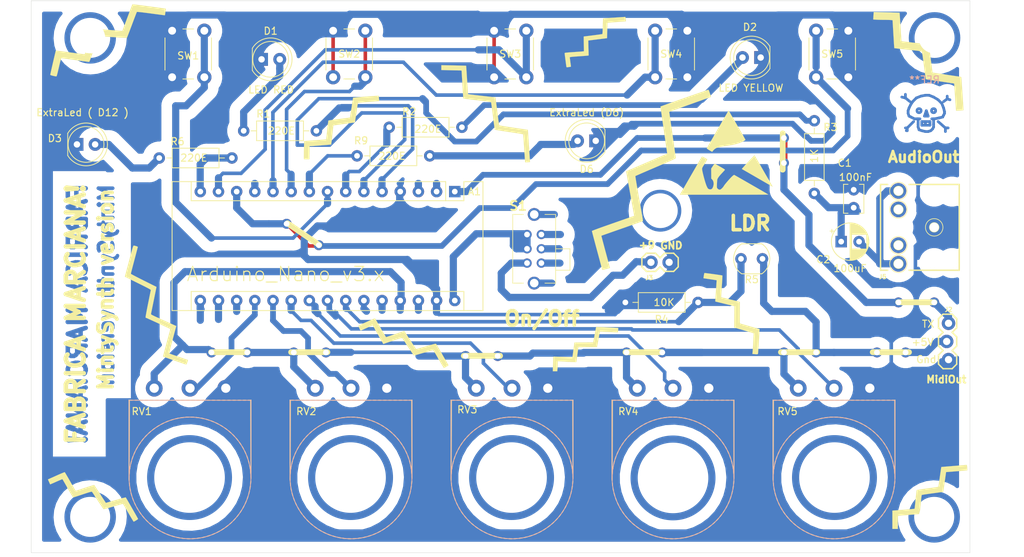
<source format=kicad_pcb>
(kicad_pcb (version 20171130) (host pcbnew "(5.1.2)-1")
  (layers (0 F.Cu signal) (31 B.Cu signal) (34 B.Paste user) (35 F.Paste user) (36 B.SilkS user) (37 F.SilkS user) (38 B.Mask user) (39 F.Mask user) (44 Edge.Cuts user))
  (net 0 "")
  (net 1 /D12)
  (net 2 /VIN)
  (net 3 /D11)
  (net 4 GND)
  (net 5 /D10)
  (net 6 "Net-(A1-Pad28)")
  (net 7 +5V)
  (net 8 /D8)
  (net 9 "Net-(A1-Pad26)")
  (net 10 /D7)
  (net 11 /D6)
  (net 12 /A5)
  (net 13 /D5)
  (net 14 /A4)
  (net 15 /D4)
  (net 16 /A3)
  (net 17 /D3)
  (net 18 /A2)
  (net 19 /D2)
  (net 20 /A1)
  (net 21 /A0)
  (net 22 "Net-(A1-Pad3)")
  (net 23 "Net-(A1-Pad18)")
  (net 24 "Net-(A1-Pad2)")
  (net 25 "Net-(A1-Pad17)")
  (net 26 /TX)
  (net 27 "Net-(C1-Pad1)")
  (net 28 "Net-(C2-Pad2)")
  (net 29 "Net-(D1-Pad2)")
  (net 30 "Net-(D2-Pad2)")
  (net 31 +9V)
  (net 32 "Net-(J5-PadTSH)")
  (net 33 "Net-(J5-PadRSH)")
  (net 34 "Net-(S1-Pad4)")
  (net 35 "Net-(S1-Pad5)")
  (net 36 "Net-(S1-Pad6)")
  (net 37 "Net-(S1-PadMH1)")
  (net 38 "Net-(S1-PadMH2)")
  (net 39 "Net-(A1-Pad12)")
  (net 40 "Net-(D3-Pad2)")
  (net 41 "Net-(D6-Pad2)")
  (net 42 "Net-(A1-Pad16)")
  (net 43 "Net-(A1-Pad25)")
  (module drawing:F.Silk_g16838 (layer F.Cu) (at 149.479 73.025)
    (fp_text reference G*** hide)
    (fp_text value LOGO hide)
  )
  (module Symbols:ESD-Logo_13.2x12mm_SilkScreen (layer F.Cu) (at 179.959 57.023)
    (fp_text reference REF*** hide)
    (fp_text value ESD-Logo_13.2x12mm_SilkScreen hide)
  )
  (module Mounting_Holes:MountingHole_3.2mm_M3 (layer F.Cu) (at 170.688 65.151)
    (fp_text reference REF** hide)
    (fp_text value MountingHole_3.2mm_M3)
    (pad 1 np_thru_hole circle (at 0 0) (size 3.2 3.2) (drill 3.2) (layers *.Cu *.Mask))
  )
  (module SeleccionDeComponentes:LED_D5.0mm (layer F.Cu) (at 89.2 55.9)
    (fp_text reference D3 (at -3.094 -0.8455) (layer F.SilkS))
    (fp_text value "ExtraLed ( D12 ) " (at 1.1605 -4.465) (layer F.SilkS))
    (pad 1 thru_hole rect (at 0 0) (size 1.8 1.8) (drill 0.9) (layers *.Cu *.Mask) (net 4 GND))
    (pad 2 thru_hole circle (at 2.54 0) (size 1.8 1.8) (drill 0.9) (layers *.Cu *.Mask) (net 40 "Net-(D3-Pad2)"))
  )
  (module SeleccionDeComponentes:R_Axial_DIN0207_L6.3mm_D2.5mm_P10.16mm_Horizontal (layer F.Cu) (at 100.7 57.8)
    (fp_text reference R6 (at 2.551 -2.301) (layer F.SilkS))
    (fp_text value 220E (at 4.837 -0.015) (layer F.SilkS))
    (pad 1 thru_hole circle (at 0 0) (size 1.6 1.6) (drill 0.8) (layers *.Cu *.Mask) (net 40 "Net-(D3-Pad2)"))
    (pad 2 thru_hole oval (at 10.16 0) (size 1.6 1.6) (drill 0.8) (layers *.Cu *.Mask) (net 1 /D12))
  )
  (module SeleccionDeComponentes:LED_D5.0mm (layer F.Cu) (at 161.7 55.4 180)
    (fp_text reference D6 (at 1.27 -3.96) (layer F.SilkS))
    (fp_text value "ExtraLed (D6)" (at 1.27 3.96) (layer F.SilkS))
    (pad 1 thru_hole rect (at 0 0 180) (size 1.8 1.8) (drill 0.9) (layers *.Cu *.Mask) (net 4 GND))
    (pad 2 thru_hole circle (at 2.54 0 180) (size 1.8 1.8) (drill 0.9) (layers *.Cu *.Mask) (net 41 "Net-(D6-Pad2)"))
  )
  (module Symbols:Symbol_Danger_CopperTop_Small (layer B.Cu) (at 207.899 51.562 180)
    (fp_text reference REF** (at 0.254 4.699) (layer B.SilkS) (effects (justify mirror)))
    (fp_text value Symbol_Danger_CopperTop_Small)
    (fp_line (start 2.667 -2.032) (end 2.667 -2.413) (layer B.Cu) (width 0.381))
    (fp_line (start 2.667 -2.413) (end 2.794 -2.413) (layer B.Cu) (width 0.381))
    (fp_line (start 1.778 -1.143) (end 2.667 -2.032) (layer B.Cu) (width 0.381))
    (fp_line (start 2.667 -2.032) (end 2.921 -2.032) (layer B.Cu) (width 0.381))
    (fp_line (start -2.921 2.032) (end -3.302 1.905) (layer B.Cu) (width 0.381))
    (fp_line (start -2.921 2.032) (end -2.921 2.413) (layer B.Cu) (width 0.381))
    (fp_line (start -2.413 1.651) (end -2.921 2.032) (layer B.Cu) (width 0.381))
    (fp_line (start -2.667 -2.032) (end -2.667 -2.54) (layer B.Cu) (width 0.381))
    (fp_line (start -2.667 -2.032) (end -3.048 -2.032) (layer B.Cu) (width 0.381))
    (fp_line (start -1.651 -1.143) (end -2.667 -2.032) (layer B.Cu) (width 0.381))
    (fp_line (start 2.921 2.159) (end 3.429 2.286) (layer B.Cu) (width 0.381))
    (fp_line (start 2.921 2.159) (end 2.921 2.667) (layer B.Cu) (width 0.381))
    (fp_line (start 2.286 1.651) (end 2.921 2.159) (layer B.Cu) (width 0.381))
    (fp_line (start 0.127 -1.27) (end 0.127 -1.524) (layer B.Cu) (width 0.381))
    (fp_line (start -0.508 -1.143) (end 0.635 -1.143) (layer B.Cu) (width 0.381))
    (fp_line (start 0.635 -1.143) (end 0.635 -1.651) (layer B.Cu) (width 0.381))
    (fp_line (start 0.635 -1.651) (end -0.508 -1.651) (layer B.Cu) (width 0.381))
    (fp_line (start -0.508 -1.651) (end -0.508 -1.143) (layer B.Cu) (width 0.381))
    (fp_circle (center -1.016 0.381) (end -1.27 0.254) (layer B.Cu) (width 0.381))
    (fp_circle (center 1.016 0.381) (end 1.27 0.254) (layer B.Cu) (width 0.381))
    (fp_line (start 0 0.381) (end 0.254 -0.381) (layer B.Cu) (width 0.381))
    (fp_line (start 0.254 -0.381) (end -0.254 -0.381) (layer B.Cu) (width 0.381))
    (fp_line (start -0.254 -0.381) (end 0 0.381) (layer B.Cu) (width 0.381))
    (fp_line (start -1.016 -1.905) (end -0.889 -2.159) (layer B.Cu) (width 0.381))
    (fp_line (start -0.889 -2.159) (end -0.635 -2.413) (layer B.Cu) (width 0.381))
    (fp_line (start -0.635 -2.413) (end -0.254 -2.54) (layer B.Cu) (width 0.381))
    (fp_line (start 1.143 -0.762) (end 1.143 -1.524) (layer B.Cu) (width 0.381))
    (fp_line (start 1.143 -1.524) (end 1.143 -1.905) (layer B.Cu) (width 0.381))
    (fp_line (start 1.143 -1.905) (end 1.016 -2.286) (layer B.Cu) (width 0.381))
    (fp_line (start 1.016 -2.286) (end 0.635 -2.413) (layer B.Cu) (width 0.381))
    (fp_line (start 0.635 -2.413) (end 0.127 -2.54) (layer B.Cu) (width 0.381))
    (fp_line (start 0.127 -2.54) (end -0.254 -2.54) (layer B.Cu) (width 0.381))
    (fp_line (start -1.016 -1.905) (end -1.016 -1.524) (layer B.Cu) (width 0.381))
    (fp_line (start -1.016 -1.524) (end -1.016 -0.762) (layer B.Cu) (width 0.381))
    (fp_line (start -2.54 0) (end -2.413 -0.254) (layer B.Cu) (width 0.381))
    (fp_line (start -2.413 -0.254) (end -2.286 -0.508) (layer B.Cu) (width 0.381))
    (fp_line (start -2.286 -0.508) (end -1.778 -0.635) (layer B.Cu) (width 0.381))
    (fp_line (start -1.778 -0.635) (end -1.143 -0.762) (layer B.Cu) (width 0.381))
    (fp_line (start -1.143 -0.762) (end -0.762 -0.762) (layer B.Cu) (width 0.381))
    (fp_line (start -2.54 0) (end -2.54 0.254) (layer B.Cu) (width 0.381))
    (fp_line (start -2.54 0.254) (end -2.413 0.762) (layer B.Cu) (width 0.381))
    (fp_line (start -2.413 0.762) (end -2.159 1.397) (layer B.Cu) (width 0.381))
    (fp_line (start -2.159 1.397) (end -1.651 1.905) (layer B.Cu) (width 0.381))
    (fp_line (start -1.651 1.905) (end -1.016 2.286) (layer B.Cu) (width 0.381))
    (fp_line (start -1.016 2.286) (end -0.381 2.54) (layer B.Cu) (width 0.381))
    (fp_line (start -0.381 2.54) (end 0.127 2.54) (layer B.Cu) (width 0.381))
    (fp_line (start 0.127 2.54) (end 0.762 2.413) (layer B.Cu) (width 0.381))
    (fp_line (start 0.762 2.413) (end 1.397 2.159) (layer B.Cu) (width 0.381))
    (fp_line (start 1.397 2.159) (end 1.905 1.651) (layer B.Cu) (width 0.381))
    (fp_line (start 1.905 1.651) (end 2.159 1.27) (layer B.Cu) (width 0.381))
    (fp_line (start 2.159 1.27) (end 2.413 0.762) (layer B.Cu) (width 0.381))
    (fp_line (start 2.413 0.762) (end 2.54 0.381) (layer B.Cu) (width 0.381))
    (fp_line (start 2.54 0.381) (end 2.54 0) (layer B.Cu) (width 0.381))
    (fp_line (start 2.54 0) (end 2.413 -0.381) (layer B.Cu) (width 0.381))
    (fp_line (start 2.413 -0.381) (end 2.159 -0.508) (layer B.Cu) (width 0.381))
    (fp_line (start 2.159 -0.508) (end 1.651 -0.762) (layer B.Cu) (width 0.381))
    (fp_line (start 1.651 -0.762) (end 1.27 -0.762) (layer B.Cu) (width 0.381))
    (fp_line (start 1.27 -0.762) (end 0.889 -0.762) (layer B.Cu) (width 0.381))
  )
  (module Wire_Connections_Bridges:WireConnection_0.80mmDrill_ThinPad (layer F.Cu) (at 198 85)
    (fp_text reference REF** hide)
    (fp_text value WireConnection_0-8mmDrill_ThinPad)
    (pad 1 thru_hole circle (at 3 0) (size 1.4 1.4) (drill 0.8001) (layers *.Cu *.Mask) (net 7 +5V))
    (pad 2 thru_hole circle (at 7 0) (size 1.4 1.4) (drill 0.8001) (layers *.Cu *.Mask) (net 7 +5V))
  )
  (module Wire_Connections_Bridges:WireConnection_0.80mmDrill_ThinPad (layer F.Cu) (at 202 78)
    (fp_text reference REF** hide)
    (fp_text value WireConnection_0-8mmDrill_ThinPad)
    (pad 2 thru_hole circle (at 7 0) (size 1.4 1.4) (drill 0.8001) (layers *.Cu *.Mask) (net 26 /TX))
    (pad 1 thru_hole circle (at 2 0) (size 1.4 1.4) (drill 0.8001) (layers *.Cu *.Mask) (net 26 /TX))
  )
  (module Wire_Connections_Bridges:WireConnection_0.80mmDrill_ThinPad (layer F.Cu) (at 114.5 70)
    (fp_text reference REF** hide)
    (fp_text value WireConnection_0-8mmDrill_ThinPad)
    (pad 1 thru_hole circle (at 4 -3) (size 1.4 1.4) (drill 0.8001) (layers *.Cu *.Mask) (net 5 /D10))
    (pad 2 thru_hole circle (at 8.5 0) (size 1.4 1.4) (drill 0.8001) (layers *.Cu *.Mask) (net 5 /D10))
  )
  (module Wire_Connections_Bridges:WireConnection_0.80mmDrill_ThinPad (layer F.Cu) (at 184 85)
    (fp_text reference REF** hide)
    (fp_text value WireConnection_0-8mmDrill_ThinPad)
    (pad 2 thru_hole circle (at 8.5 0) (size 1.4 1.4) (drill 0.8001) (layers *.Cu *.Mask) (net 7 +5V))
    (pad 1 thru_hole circle (at 4 0) (size 1.4 1.4) (drill 0.8001) (layers *.Cu *.Mask) (net 7 +5V))
  )
  (module Wire_Connections_Bridges:WireConnection_0.80mmDrill_ThinPad (layer F.Cu) (at 104.5 83.5)
    (fp_text reference REF** hide)
    (fp_text value WireConnection_0-8mmDrill_ThinPad)
    (pad 1 thru_hole circle (at 3.5 1.5) (size 1.4 1.4) (drill 0.8001) (layers *.Cu *.Mask) (net 7 +5V))
    (pad 2 thru_hole circle (at 8.5 1.5) (size 1.4 1.4) (drill 0.8001) (layers *.Cu *.Mask) (net 7 +5V))
  )
  (module Wire_Connections_Bridges:WireConnection_0.80mmDrill_ThinPad (layer F.Cu) (at 117 85)
    (fp_text reference REF** hide)
    (fp_text value WireConnection_0-8mmDrill_ThinPad)
    (pad 2 thru_hole circle (at 7 0) (size 1.4 1.4) (drill 0.8001) (layers *.Cu *.Mask) (net 7 +5V))
    (pad 1 thru_hole circle (at 2.5 0) (size 1.4 1.4) (drill 0.8001) (layers *.Cu *.Mask) (net 7 +5V))
  )
  (module Wire_Connections_Bridges:WireConnection_0.80mmDrill_ThinPad (layer F.Cu) (at 162.84 85)
    (fp_text reference REF** hide)
    (fp_text value WireConnection_0-8mmDrill_ThinPad)
    (pad 1 thru_hole circle (at 3.16 0) (size 1.4 1.4) (drill 0.8001) (layers *.Cu *.Mask) (net 7 +5V))
    (pad 2 thru_hole circle (at 8.16 0) (size 1.4 1.4) (drill 0.8001) (layers *.Cu *.Mask) (net 7 +5V))
  )
  (module Wire_Connections_Bridges:WireConnection_0.80mmDrill_ThinPad (layer F.Cu) (at 141 85.5)
    (fp_text reference REF** hide)
    (fp_text value WireConnection_0-8mmDrill_ThinPad)
    (pad 1 thru_hole circle (at 2.5 0) (size 1.4 1.4) (drill 0.8001) (layers *.Cu *.Mask) (net 7 +5V))
    (pad 2 thru_hole circle (at 7 0) (size 1.4 1.4) (drill 0.8001) (layers *.Cu *.Mask) (net 7 +5V))
  )
  (module Mounting_Holes:MountingHole_4.3mm_M4_DIN965 (layer F.Cu) (at 91 108)
    (fp_text reference REF** hide)
    (fp_text value MountingHole_4.3mm_M4_DIN965)
    (pad 1 np_thru_hole circle (at 0 0) (size 4.3 4.3) (drill 4.3) (layers *.Cu *.Mask))
  )
  (module Mounting_Holes:MountingHole_4.3mm_M4_DIN965 (layer F.Cu) (at 209 108)
    (fp_text reference REF** hide)
    (fp_text value MountingHole_4.3mm_M4_DIN965)
    (pad 1 np_thru_hole circle (at 0 0) (size 4.3 4.3) (drill 4.3) (layers *.Cu *.Mask))
  )
  (module Mounting_Holes:MountingHole_4.3mm_M4_DIN965 (layer F.Cu) (at 209 41)
    (fp_text reference REF** hide)
    (fp_text value MountingHole_4.3mm_M4_DIN965)
    (pad 1 np_thru_hole circle (at 0 0) (size 4.3 4.3) (drill 4.3) (layers *.Cu *.Mask))
  )
  (module Mounting_Holes:MountingHole_4.3mm_M4_DIN965 (layer F.Cu) (at 91 41)
    (fp_text reference e hide)
    (fp_text value MountingHole_4.3mm_M4_DIN965)
    (pad 1 np_thru_hole circle (at 0 0) (size 4.3 4.3) (drill 4.3) (layers *.Cu *.Mask))
  )
  (module Potentiometers:Potentiometer_Omeg_PC16PU_Horizontal_MountLS (layer F.Cu) (at 190 90 270)
    (fp_text reference RV5 (at 3.25 1.5 180) (layer F.SilkS))
    (fp_text value R_POT)
    (pad 0 np_thru_hole circle (at 12.55 -5 270) (size 7.5 7.5) (drill 7.5) (layers *.Cu *.Mask))
    (pad 1 thru_hole circle (at 0 0 270) (size 2.34 2.34) (drill 1.3) (layers *.Cu *.Mask) (net 7 +5V))
    (pad 2 thru_hole circle (at 0 -5 270) (size 2.34 2.34) (drill 1.3) (layers *.Cu *.Mask) (net 14 /A4))
    (pad 3 thru_hole circle (at 0 -10 270) (size 2.34 2.34) (drill 1.3) (layers *.Cu *.Mask) (net 4 GND))
  )
  (module Modules:Arduino_Nano (layer F.Cu) (at 142 62.5 270)
    (fp_text reference A1 (at 0 -2.75 180) (layer F.SilkS))
    (fp_text value Arduino_Nano_v3.x (at 11.541 23.636) (layer F.SilkS) (effects (font (size 2 2))))
    (pad 16 thru_hole oval (at 15.24 35.56 270) (size 1.6 1.6) (drill 0.8) (layers *.Cu *.Mask) (net 42 "Net-(A1-Pad16)"))
    (pad 15 thru_hole oval (at 0 35.56 270) (size 1.6 1.6) (drill 0.8) (layers *.Cu *.Mask) (net 1 /D12))
    (pad 30 thru_hole oval (at 15.24 0 270) (size 1.6 1.6) (drill 0.8) (layers *.Cu *.Mask) (net 2 /VIN))
    (pad 14 thru_hole oval (at 0 33.02 270) (size 1.6 1.6) (drill 0.8) (layers *.Cu *.Mask) (net 3 /D11))
    (pad 29 thru_hole oval (at 15.24 2.54 270) (size 1.6 1.6) (drill 0.8) (layers *.Cu *.Mask) (net 4 GND))
    (pad 13 thru_hole oval (at 0 30.48 270) (size 1.6 1.6) (drill 0.8) (layers *.Cu *.Mask) (net 5 /D10))
    (pad 28 thru_hole oval (at 15.24 5.08 270) (size 1.6 1.6) (drill 0.8) (layers *.Cu *.Mask) (net 6 "Net-(A1-Pad28)"))
    (pad 12 thru_hole oval (at 0 27.94 270) (size 1.6 1.6) (drill 0.8) (layers *.Cu *.Mask) (net 39 "Net-(A1-Pad12)"))
    (pad 27 thru_hole oval (at 15.24 7.62 270) (size 1.6 1.6) (drill 0.8) (layers *.Cu *.Mask) (net 7 +5V))
    (pad 11 thru_hole oval (at 0 25.4 270) (size 1.6 1.6) (drill 0.8) (layers *.Cu *.Mask) (net 8 /D8))
    (pad 26 thru_hole oval (at 15.24 10.16 270) (size 1.6 1.6) (drill 0.8) (layers *.Cu *.Mask) (net 9 "Net-(A1-Pad26)"))
    (pad 10 thru_hole oval (at 0 22.86 270) (size 1.6 1.6) (drill 0.8) (layers *.Cu *.Mask) (net 10 /D7))
    (pad 25 thru_hole oval (at 15.24 12.7 270) (size 1.6 1.6) (drill 0.8) (layers *.Cu *.Mask) (net 43 "Net-(A1-Pad25)"))
    (pad 9 thru_hole oval (at 0 20.32 270) (size 1.6 1.6) (drill 0.8) (layers *.Cu *.Mask) (net 11 /D6))
    (pad 24 thru_hole oval (at 15.24 15.24 270) (size 1.6 1.6) (drill 0.8) (layers *.Cu *.Mask) (net 12 /A5))
    (pad 8 thru_hole oval (at 0 17.78 270) (size 1.6 1.6) (drill 0.8) (layers *.Cu *.Mask) (net 13 /D5))
    (pad 23 thru_hole oval (at 15.24 17.78 270) (size 1.6 1.6) (drill 0.8) (layers *.Cu *.Mask) (net 14 /A4))
    (pad 7 thru_hole oval (at 0 15.24 270) (size 1.6 1.6) (drill 0.8) (layers *.Cu *.Mask) (net 15 /D4))
    (pad 22 thru_hole oval (at 15.24 20.32 270) (size 1.6 1.6) (drill 0.8) (layers *.Cu *.Mask) (net 16 /A3))
    (pad 6 thru_hole oval (at 0 12.7 270) (size 1.6 1.6) (drill 0.8) (layers *.Cu *.Mask) (net 17 /D3))
    (pad 21 thru_hole oval (at 15.24 22.86 270) (size 1.6 1.6) (drill 0.8) (layers *.Cu *.Mask) (net 18 /A2))
    (pad 5 thru_hole oval (at 0 10.16 270) (size 1.6 1.6) (drill 0.8) (layers *.Cu *.Mask) (net 19 /D2))
    (pad 20 thru_hole oval (at 15.24 25.4 270) (size 1.6 1.6) (drill 0.8) (layers *.Cu *.Mask) (net 20 /A1))
    (pad 4 thru_hole oval (at 0 7.62 270) (size 1.6 1.6) (drill 0.8) (layers *.Cu *.Mask) (net 4 GND))
    (pad 19 thru_hole oval (at 15.24 27.94 270) (size 1.6 1.6) (drill 0.8) (layers *.Cu *.Mask) (net 21 /A0))
    (pad 3 thru_hole oval (at 0 5.08 270) (size 1.6 1.6) (drill 0.8) (layers *.Cu *.Mask) (net 22 "Net-(A1-Pad3)"))
    (pad 18 thru_hole oval (at 15.24 30.48 270) (size 1.6 1.6) (drill 0.8) (layers *.Cu *.Mask) (net 23 "Net-(A1-Pad18)"))
    (pad 2 thru_hole oval (at 0 2.54 270) (size 1.6 1.6) (drill 0.8) (layers *.Cu *.Mask) (net 24 "Net-(A1-Pad2)"))
    (pad 17 thru_hole oval (at 15.24 33.02 270) (size 1.6 1.6) (drill 0.8) (layers *.Cu *.Mask) (net 25 "Net-(A1-Pad17)"))
    (pad 1 thru_hole rect (at 0 0 270) (size 1.6 1.6) (drill 0.8) (layers *.Cu *.Mask) (net 26 /TX))
  )
  (module SeleccionDeComponentes:C_Disc_D3.8mm_W2.6mm_P2.50mm (layer F.Cu) (at 197.75 64.75 90)
    (fp_text reference C1 (at 6.25 -1.25 180) (layer F.SilkS))
    (fp_text value 100nF (at 4.25 0.25 180) (layer F.SilkS))
    (pad 2 thru_hole circle (at 2.5 0 90) (size 1.6 1.6) (drill 0.8) (layers *.Cu *.Mask) (net 4 GND))
    (pad 1 thru_hole circle (at 0 0 90) (size 1.6 1.6) (drill 0.8) (layers *.Cu *.Mask) (net 27 "Net-(C1-Pad1)"))
  )
  (module SeleccionDeComponentes:CP_Radial_D5.0mm_P2.50mm (layer F.Cu) (at 196 69.5)
    (fp_text reference C2 (at -2.5 2.5) (layer F.SilkS))
    (fp_text value 100uF (at 1.25 3.75) (layer F.SilkS))
    (pad 2 thru_hole circle (at 2.5 0) (size 1.6 1.6) (drill 0.8) (layers *.Cu *.Mask) (net 28 "Net-(C2-Pad2)"))
    (pad 1 thru_hole rect (at 0 0) (size 1.6 1.6) (drill 0.8) (layers *.Cu *.Mask) (net 27 "Net-(C1-Pad1)"))
  )
  (module SeleccionDeComponentes:LED_D5.0mm (layer F.Cu) (at 115 44)
    (fp_text reference D1 (at 1.27 -3.96) (layer F.SilkS))
    (fp_text value "LED RED" (at 1.332 4.26) (layer F.SilkS))
    (pad 2 thru_hole circle (at 2.54 0) (size 1.8 1.8) (drill 0.9) (layers *.Cu *.Mask) (net 29 "Net-(D1-Pad2)"))
    (pad 1 thru_hole rect (at 0 0) (size 1.8 1.8) (drill 0.9) (layers *.Cu *.Mask) (net 4 GND))
  )
  (module SeleccionDeComponentes:LED_D5.0mm (layer F.Cu) (at 184.75 43.75 180)
    (fp_text reference D2 (at 1.5 4.25) (layer F.SilkS))
    (fp_text value "LED YELLOW" (at 1.362 -4.256 180) (layer F.SilkS))
    (pad 1 thru_hole rect (at 0 0 180) (size 1.8 1.8) (drill 0.9) (layers *.Cu *.Mask) (net 4 GND))
    (pad 2 thru_hole circle (at 2.54 0 180) (size 1.8 1.8) (drill 0.9) (layers *.Cu *.Mask) (net 30 "Net-(D2-Pad2)"))
  )
  (module Connectors_SparkFun:1X03_LOCK (layer F.Cu) (at 210.873 80.92 270)
    (fp_text reference J2 (at -1.92 -0.127 180) (layer F.SilkS) (effects (font (size 0.6096 0.6096) (thickness 0.127))))
    (fp_text value "Conn_01x03_MIDI OUT" hide)
    (pad 3 thru_hole circle (at 5.08 -0.127 270) (size 1.8796 1.8796) (drill 1.016) (layers *.Cu *.Mask) (net 4 GND))
    (pad 2 thru_hole circle (at 2.54 0.127 270) (size 1.8796 1.8796) (drill 1.016) (layers *.Cu *.Mask) (net 7 +5V))
    (pad 1 thru_hole circle (at 0 -0.127 270) (size 1.8796 1.8796) (drill 1.016) (layers *.Cu *.Mask) (net 26 /TX))
  )
  (module Connectors_SparkFun:1X02 (layer F.Cu) (at 171.958 72.39 180)
    (fp_text reference J3 (at 2.794 -2.159) (layer F.SilkS) (effects (font (size 0.6096 0.6096) (thickness 0.127))))
    (fp_text value Conn_01x02_BatteryIN hide)
    (pad 1 thru_hole circle (at 0 0 180) (size 1.8796 1.8796) (drill 1.016) (layers *.Cu *.Mask) (net 4 GND))
    (pad 2 thru_hole circle (at 2.54 0 180) (size 1.8796 1.8796) (drill 1.016) (layers *.Cu *.Mask) (net 31 +9V))
  )
  (module SeleccionDeComponentes:AUDIO-JACK-KIT (layer F.Cu) (at 209 67.5 180)
    (fp_text reference J5 (at 7.197 -6.922) (layer F.SilkS) (effects (font (size 0.6096 0.6096) (thickness 0.127))))
    (fp_text value AUDIO_JACK_3.5MM_KIT hide)
    (pad "" np_thru_hole circle (at 4.99872 0 180) (size 1.19888 1.19888) (drill 1.19888) (layers *.Cu *.Mask))
    (pad "" np_thru_hole circle (at 0 4.99872 180) (size 1.19888 1.19888) (drill 1.19888) (layers *.Cu *.Mask))
    (pad "" np_thru_hole circle (at -2.49936 4.99872 180) (size 1.19888 1.19888) (drill 1.19888) (layers *.Cu *.Mask))
    (pad "" np_thru_hole circle (at -2.49936 -4.99872 180) (size 1.19888 1.19888) (drill 1.19888) (layers *.Cu *.Mask))
    (pad "" np_thru_hole circle (at 0 -4.99872 180) (size 1.19888 1.19888) (drill 1.19888) (layers *.Cu *.Mask))
    (pad TSH thru_hole circle (at 4.99872 2.49936 180) (size 2.18186 2.18186) (drill 1.29794) (layers *.Cu *.Mask) (net 32 "Net-(J5-PadTSH)"))
    (pad TIP thru_hole circle (at 4.99872 5.09778 180) (size 2.18186 2.18186) (drill 1.29794) (layers *.Cu *.Mask) (net 28 "Net-(C2-Pad2)"))
    (pad SLEE thru_hole circle (at 0 0 180) (size 2.18186 2.18186) (drill 1.29794) (layers *.Cu *.Mask) (net 4 GND))
    (pad RSH thru_hole circle (at 4.99872 -2.49936 180) (size 2.18186 2.18186) (drill 1.29794) (layers *.Cu *.Mask) (net 33 "Net-(J5-PadRSH)"))
    (pad RING thru_hole circle (at 4.99872 -5.09778 180) (size 2.18186 2.18186) (drill 1.29794) (layers *.Cu *.Mask) (net 28 "Net-(C2-Pad2)"))
  )
  (module SeleccionDeComponentes:R_Axial_DIN0207_L6.3mm_D2.5mm_P10.16mm_Horizontal (layer F.Cu) (at 112.5 54)
    (fp_text reference R1 (at 2.75 -2.37) (layer F.SilkS))
    (fp_text value 220E (at 5.25 0) (layer F.SilkS))
    (pad 2 thru_hole oval (at 10.16 0) (size 1.6 1.6) (drill 0.8) (layers *.Cu *.Mask) (net 19 /D2))
    (pad 1 thru_hole circle (at 0 0) (size 1.6 1.6) (drill 0.8) (layers *.Cu *.Mask) (net 29 "Net-(D1-Pad2)"))
  )
  (module SeleccionDeComponentes:R_Axial_DIN0207_L6.3mm_D2.5mm_P10.16mm_Horizontal (layer F.Cu) (at 143 53.5 180)
    (fp_text reference R2 (at 7.364 2.192) (layer F.SilkS))
    (fp_text value 220E (at 4.75 -0.25) (layer F.SilkS))
    (pad 1 thru_hole circle (at 0 0 180) (size 1.6 1.6) (drill 0.8) (layers *.Cu *.Mask) (net 30 "Net-(D2-Pad2)"))
    (pad 2 thru_hole oval (at 10.16 0 180) (size 1.6 1.6) (drill 0.8) (layers *.Cu *.Mask) (net 15 /D4))
  )
  (module SeleccionDeComponentes:R_Axial_DIN0207_L6.3mm_D2.5mm_P10.16mm_Horizontal (layer F.Cu) (at 192.25 62.75 90)
    (fp_text reference R3 (at 9.25 2.25) (layer F.SilkS))
    (fp_text value 1K (at 5.25 0 270) (layer F.SilkS))
    (pad 1 thru_hole circle (at 0 0 90) (size 1.6 1.6) (drill 0.8) (layers *.Cu *.Mask) (net 27 "Net-(C1-Pad1)"))
    (pad 2 thru_hole oval (at 10.16 0 90) (size 1.6 1.6) (drill 0.8) (layers *.Cu *.Mask) (net 17 /D3))
  )
  (module SeleccionDeComponentes:R_Axial_DIN0207_L6.3mm_D2.5mm_P10.16mm_Horizontal (layer F.Cu) (at 176 78 180)
    (fp_text reference R4 (at 5.08 -2.37) (layer F.SilkS))
    (fp_text value 10K (at 4.75 0) (layer F.SilkS))
    (pad 2 thru_hole oval (at 10.16 0 180) (size 1.6 1.6) (drill 0.8) (layers *.Cu *.Mask) (net 4 GND))
    (pad 1 thru_hole circle (at 0 0 180) (size 1.6 1.6) (drill 0.8) (layers *.Cu *.Mask) (net 12 /A5))
  )
  (module Opto-Devices:Resistor_LDR_5x4.1_RM3 (layer F.Cu) (at 185 71.9 180)
    (fp_text reference R5 (at 1.5 -2.9) (layer F.SilkS))
    (fp_text value R_PHOTO hide)
    (pad 2 thru_hole circle (at 3 0 180) (size 1.6 1.6) (drill 0.8) (layers *.Cu *.Mask) (net 12 /A5))
    (pad 1 thru_hole circle (at 0 0 180) (size 1.6 1.6) (drill 0.8) (layers *.Cu *.Mask) (net 7 +5V))
  )
  (module Potentiometers:Potentiometer_Omeg_PC16PU_Horizontal_MountLS (layer F.Cu) (at 100 90 270)
    (fp_text reference RV1 (at 3.25 1.75 180) (layer F.SilkS))
    (fp_text value R_POT)
    (pad 0 np_thru_hole circle (at 12.55 -5 270) (size 7.5 7.5) (drill 7.5) (layers *.Cu *.Mask))
    (pad 1 thru_hole circle (at 0 0 270) (size 2.34 2.34) (drill 1.3) (layers *.Cu *.Mask) (net 7 +5V))
    (pad 2 thru_hole circle (at 0 -5 270) (size 2.34 2.34) (drill 1.3) (layers *.Cu *.Mask) (net 21 /A0))
    (pad 3 thru_hole circle (at 0 -10 270) (size 2.34 2.34) (drill 1.3) (layers *.Cu *.Mask) (net 4 GND))
  )
  (module Potentiometers:Potentiometer_Omeg_PC16PU_Horizontal_MountLS (layer F.Cu) (at 122.5 90 270)
    (fp_text reference RV2 (at 3.25 1.25 180) (layer F.SilkS))
    (fp_text value R_POT)
    (pad 3 thru_hole circle (at 0 -10 270) (size 2.34 2.34) (drill 1.3) (layers *.Cu *.Mask) (net 4 GND))
    (pad 2 thru_hole circle (at 0 -5 270) (size 2.34 2.34) (drill 1.3) (layers *.Cu *.Mask) (net 20 /A1))
    (pad 1 thru_hole circle (at 0 0 270) (size 2.34 2.34) (drill 1.3) (layers *.Cu *.Mask) (net 7 +5V))
    (pad 0 np_thru_hole circle (at 12.55 -5 270) (size 7.5 7.5) (drill 7.5) (layers *.Cu *.Mask))
  )
  (module Potentiometers:Potentiometer_Omeg_PC16PU_Horizontal_MountLS (layer F.Cu) (at 145 90 270)
    (fp_text reference RV3 (at 3 1.25 180) (layer F.SilkS))
    (fp_text value R_POT)
    (pad 0 np_thru_hole circle (at 12.55 -5 270) (size 7.5 7.5) (drill 7.5) (layers *.Cu *.Mask))
    (pad 1 thru_hole circle (at 0 0 270) (size 2.34 2.34) (drill 1.3) (layers *.Cu *.Mask) (net 7 +5V))
    (pad 2 thru_hole circle (at 0 -5 270) (size 2.34 2.34) (drill 1.3) (layers *.Cu *.Mask) (net 18 /A2))
    (pad 3 thru_hole circle (at 0 -10 270) (size 2.34 2.34) (drill 1.3) (layers *.Cu *.Mask) (net 4 GND))
  )
  (module Potentiometers:Potentiometer_Omeg_PC16PU_Horizontal_MountLS (layer F.Cu) (at 167.5 90 270)
    (fp_text reference RV4 (at 3.25 1.25 180) (layer F.SilkS))
    (fp_text value R_POT)
    (pad 3 thru_hole circle (at 0 -10 270) (size 2.34 2.34) (drill 1.3) (layers *.Cu *.Mask) (net 4 GND))
    (pad 2 thru_hole circle (at 0 -5 270) (size 2.34 2.34) (drill 1.3) (layers *.Cu *.Mask) (net 16 /A3))
    (pad 1 thru_hole circle (at 0 0 270) (size 2.34 2.34) (drill 1.3) (layers *.Cu *.Mask) (net 7 +5V))
    (pad 0 np_thru_hole circle (at 12.55 -5 270) (size 7.5 7.5) (drill 7.5) (layers *.Cu *.Mask))
  )
  (module SamacSys_Parts:EG2211A (layer F.Cu) (at 152.1 72.5 90)
    (fp_text reference S1 (at 8 -1.25 180) (layer F.SilkS) (effects (font (size 1.27 1.27) (thickness 0.254))))
    (fp_text value EG2211A hide)
    (pad 1 thru_hole circle (at 0 0 90) (size 1.3 1.3) (drill 0.8) (layers *.Cu *.Mask) (net 31 +9V))
    (pad 2 thru_hole circle (at 2 0 90) (size 1.3 1.3) (drill 0.8) (layers *.Cu *.Mask) (net 2 /VIN))
    (pad 3 thru_hole circle (at 4 0 90) (size 1.3 1.3) (drill 0.8) (layers *.Cu *.Mask) (net 2 /VIN))
    (pad 4 thru_hole circle (at 0 2 90) (size 1.3 1.3) (drill 0.8) (layers *.Cu *.Mask) (net 34 "Net-(S1-Pad4)"))
    (pad 5 thru_hole circle (at 2 2 90) (size 1.3 1.3) (drill 0.8) (layers *.Cu *.Mask) (net 35 "Net-(S1-Pad5)"))
    (pad 6 thru_hole circle (at 4 2 90) (size 1.3 1.3) (drill 0.8) (layers *.Cu *.Mask) (net 36 "Net-(S1-Pad6)"))
    (pad MH1 thru_hole circle (at -2.8 1 90) (size 1.8 1.8) (drill 1.2) (layers *.Cu *.Mask) (net 37 "Net-(S1-PadMH1)"))
    (pad MH2 thru_hole circle (at 6.8 1 90) (size 1.8 1.8) (drill 1.2) (layers *.Cu *.Mask) (net 38 "Net-(S1-PadMH2)"))
  )
  (module SeleccionDeComponentes:SW_PUSH_6mm (layer F.Cu) (at 107 40 270)
    (fp_text reference SW1 (at 3.5 2.25 180) (layer F.SilkS))
    (fp_text value SW_Push)
    (pad 2 thru_hole circle (at 0 4.5) (size 2 2) (drill 1.1) (layers *.Cu *.Mask) (net 4 GND))
    (pad 1 thru_hole circle (at 0 0) (size 2 2) (drill 1.1) (layers *.Cu *.Mask) (net 13 /D5))
    (pad 2 thru_hole circle (at 6.5 4.5) (size 2 2) (drill 1.1) (layers *.Cu *.Mask) (net 4 GND))
    (pad 1 thru_hole circle (at 6.5 0) (size 2 2) (drill 1.1) (layers *.Cu *.Mask) (net 13 /D5))
  )
  (module SeleccionDeComponentes:SW_PUSH_6mm (layer F.Cu) (at 129.5 40 270)
    (fp_text reference SW2 (at 3.25 2.25 180) (layer F.SilkS))
    (fp_text value SW_Push)
    (pad 1 thru_hole circle (at 6.5 0) (size 2 2) (drill 1.1) (layers *.Cu *.Mask) (net 10 /D7))
    (pad 2 thru_hole circle (at 6.5 4.5) (size 2 2) (drill 1.1) (layers *.Cu *.Mask) (net 4 GND))
    (pad 1 thru_hole circle (at 0 0) (size 2 2) (drill 1.1) (layers *.Cu *.Mask) (net 10 /D7))
    (pad 2 thru_hole circle (at 0 4.5) (size 2 2) (drill 1.1) (layers *.Cu *.Mask) (net 4 GND))
  )
  (module SeleccionDeComponentes:SW_PUSH_6mm (layer F.Cu) (at 152 40 270)
    (fp_text reference SW3 (at 3.25 2.25 180) (layer F.SilkS))
    (fp_text value SW_Push)
    (pad 1 thru_hole circle (at 6.5 0) (size 2 2) (drill 1.1) (layers *.Cu *.Mask) (net 3 /D11))
    (pad 2 thru_hole circle (at 6.5 4.5) (size 2 2) (drill 1.1) (layers *.Cu *.Mask) (net 4 GND))
    (pad 1 thru_hole circle (at 0 0) (size 2 2) (drill 1.1) (layers *.Cu *.Mask) (net 3 /D11))
    (pad 2 thru_hole circle (at 0 4.5) (size 2 2) (drill 1.1) (layers *.Cu *.Mask) (net 4 GND))
  )
  (module SeleccionDeComponentes:SW_PUSH_6mm (layer F.Cu) (at 170 46.5 90)
    (fp_text reference SW4 (at 3.25 2.25 180) (layer F.SilkS))
    (fp_text value SW_Push)
    (pad 2 thru_hole circle (at 0 4.5 180) (size 2 2) (drill 1.1) (layers *.Cu *.Mask) (net 4 GND))
    (pad 1 thru_hole circle (at 0 0 180) (size 2 2) (drill 1.1) (layers *.Cu *.Mask) (net 8 /D8))
    (pad 2 thru_hole circle (at 6.5 4.5 180) (size 2 2) (drill 1.1) (layers *.Cu *.Mask) (net 4 GND))
    (pad 1 thru_hole circle (at 6.5 0 180) (size 2 2) (drill 1.1) (layers *.Cu *.Mask) (net 8 /D8))
  )
  (module SeleccionDeComponentes:SW_PUSH_6mm (layer F.Cu) (at 192.5 46.5 90)
    (fp_text reference SW5 (at 3.25 2.25 180) (layer F.SilkS))
    (fp_text value SW_Push)
    (pad 1 thru_hole circle (at 6.5 0 180) (size 2 2) (drill 1.1) (layers *.Cu *.Mask) (net 5 /D10))
    (pad 2 thru_hole circle (at 6.5 4.5 180) (size 2 2) (drill 1.1) (layers *.Cu *.Mask) (net 4 GND))
    (pad 1 thru_hole circle (at 0 0 180) (size 2 2) (drill 1.1) (layers *.Cu *.Mask) (net 5 /D10))
    (pad 2 thru_hole circle (at 0 4.5 180) (size 2 2) (drill 1.1) (layers *.Cu *.Mask) (net 4 GND))
  )
  (module Wire_Connections_Bridges:WireConnection_0.80mmDrill_ThinPad (layer F.Cu) (at 181.5 56)
    (fp_text reference REF** hide)
    (fp_text value WireConnection_0-8mmDrill_ThinPad)
    (pad 2 thru_hole circle (at 6.5 -1) (size 1.4 1.4) (drill 0.8001) (layers *.Cu *.Mask) (net 26 /TX))
    (pad 1 thru_hole circle (at 6.5 2.5) (size 1.4 1.4) (drill 0.8001) (layers *.Cu *.Mask) (net 26 /TX))
  )
  (module SeleccionDeComponentes:R_Axial_DIN0207_L6.3mm_D2.5mm_P10.16mm_Horizontal (layer F.Cu) (at 138.5 57.5 180)
    (fp_text reference R9 (at 9.595 2.128) (layer F.SilkS))
    (fp_text value 220E)
    (fp_text user 220E (at 5.277 -0.031) (layer F.SilkS))
    (pad 1 thru_hole circle (at 0 0 180) (size 1.6 1.6) (drill 0.8) (layers *.Cu *.Mask) (net 41 "Net-(D6-Pad2)"))
    (pad 2 thru_hole oval (at 10.16 0 180) (size 1.6 1.6) (drill 0.8) (layers *.Cu *.Mask) (net 11 /D6))
  )
  (gr_text LDR (at 183.261 66.929) (layer F.SilkS) (effects (font (size 2 2) (thickness 0.5))))
  (gr_text On/Off (at 154.178 80.264) (layer F.SilkS) (effects (font (size 2 2) (thickness 0.5))))
  (gr_text TX (at 208.153 81.026) (layer F.SilkS) (effects (font (size 1 1))))
  (gr_text +5V (at 207.391 83.566) (layer F.SilkS) (effects (font (size 1 1))))
  (gr_text Gnd (at 207.899 85.979) (layer F.SilkS) (effects (font (size 1 1))))
  (gr_text MidiOut (at 210.693 88.773) (layer F.SilkS) (effects (font (size 1 1) (thickness 0.25))))
  (gr_text AudioOut (at 207.518 57.658) (layer F.SilkS) (effects (font (size 1.5 1.5) (thickness 0.375))))
  (gr_text GND (at 172.2755 70.0405) (layer F.SilkS) (effects (font (size 1 1) (thickness 0.25))))
  (gr_text +9 (at 168.8465 69.977) (layer F.SilkS) (effects (font (size 1 1) (thickness 0.25))))
  (gr_text "MintySynth version" (at 93.218 76.2 90) (layer F.SilkS) (effects (font (size 2 2) (thickness 0.5))))
  (gr_text "FABRICA MARCIANA!" (at 89.027 79.629 90) (layer F.SilkS) (effects (font (size 2.5 2.5) (thickness 0.625))))
  (gr_line (start 123.063 69.977) (end 118.618 66.929) (layer F.SilkS) (width 0.8))
  (gr_line (start 187.833 59.436) (end 187.833 54.356) (layer F.SilkS) (width 0.8))
  (gr_line (start 203.962 77.978) (end 209.042 77.978) (layer F.SilkS) (width 0.8))
  (gr_line (start 200.406 84.963) (end 205.486 84.963) (layer F.SilkS) (width 0.8))
  (gr_line (start 187.579 84.963) (end 192.659 84.963) (layer F.SilkS) (width 0.8))
  (gr_line (start 165.862 84.963) (end 170.942 84.963) (layer F.SilkS) (width 0.8))
  (gr_line (start 143.256 85.471) (end 148.336 85.471) (layer F.SilkS) (width 0.8))
  (gr_line (start 119.126 84.963) (end 124.206 84.963) (layer F.SilkS) (width 0.8))
  (gr_line (start 107.95 84.963) (end 113.03 84.963) (layer F.SilkS) (width 0.8))
  (gr_circle (center 170.73 65.170718) (end 173.413282 65.170718) (layer B.Cu) (width 0.5))
  (gr_line (start 82.8 113) (end 82.8 35.8) (layer Edge.Cuts) (width 0.05))
  (gr_line (start 86 113) (end 82.8 113) (layer Edge.Cuts) (width 0.05))
  (gr_text "MintySynth version" (at 93.3 75.6 90) (layer B.Cu) (effects (font (size 2 2) (thickness 0.5)) (justify mirror)))
  (gr_text "FABRICA MARCIANA!" (at 89.3 79.6 90) (layer B.Cu) (effects (font (size 2.5 2.5) (thickness 0.625)) (justify mirror)))
  (gr_circle (center 209.048438 41) (end 212.25 41) (layer B.Cu) (width 0.8))
  (gr_circle (center 91.048438 41) (end 94.25 41) (layer B.Cu) (width 0.8))
  (gr_circle (center 91.048438 108) (end 94.25 108) (layer B.Cu) (width 0.8))
  (gr_circle (center 209 108) (end 212.201562 108) (layer B.Cu) (width 0.8))
  (gr_circle (center 195.063779 102.5) (end 200.5 102.5) (layer B.Cu) (width 1))
  (gr_circle (center 104.936221 102.5) (end 110.372442 102.5) (layer B.Cu) (width 1))
  (gr_circle (center 127.436221 102.5) (end 132.872442 102.5) (layer B.Cu) (width 1))
  (gr_circle (center 149.936221 102.5) (end 155.372442 102.5) (layer B.Cu) (width 1))
  (gr_circle (center 172.5 102.55) (end 177.936221 102.55) (layer B.Cu) (width 1))
  (gr_line (start 214 35.8) (end 82.8 35.8) (layer Edge.Cuts) (width 0.05))
  (gr_line (start 214 113) (end 214 35.8) (layer Edge.Cuts) (width 0.05))
  (gr_line (start 86 113) (end 214 113) (layer Edge.Cuts) (width 0.05))
  (segment (start 106.44 78.87137) (end 106.553 78.98437) (width 1) (layer B.Cu) (net 42))
  (segment (start 106.44 78.87137) (end 106.44 77.74) (width 1) (layer B.Cu) (net 42))
  (segment (start 106.44 80.504) (end 106.44 77.74) (width 1) (layer B.Cu) (net 42))
  (segment (start 107.3 57.8) (end 110.86 57.8) (width 1) (layer B.Cu) (net 1))
  (segment (start 106.426 62.486) (end 106.426 58.674) (width 1) (layer B.Cu) (net 1))
  (segment (start 106.44 62.5) (end 106.426 62.486) (width 1) (layer B.Cu) (net 1))
  (segment (start 106.426 58.674) (end 107.3 57.8) (width 1) (layer B.Cu) (net 1))
  (segment (start 141.8 77.54) (end 142 77.74) (width 1) (layer B.Cu) (net 2))
  (segment (start 141.8 71.6) (end 141.8 77.54) (width 1) (layer B.Cu) (net 2))
  (segment (start 145 68.4) (end 141.8 71.6) (width 1) (layer B.Cu) (net 2))
  (segment (start 152.1 68.5) (end 152 68.4) (width 1) (layer B.Cu) (net 2))
  (segment (start 152.1 68.5) (end 152.1 70.5) (width 1) (layer B.Cu) (net 2))
  (segment (start 152.1 70.5) (end 150.637 70.5) (width 1) (layer B.Cu) (net 2))
  (segment (start 150.188 70.051) (end 150.188 68.4) (width 1) (layer B.Cu) (net 2))
  (segment (start 150.637 70.5) (end 150.188 70.051) (width 1) (layer B.Cu) (net 2))
  (segment (start 152 68.4) (end 150.188 68.4) (width 1) (layer B.Cu) (net 2))
  (segment (start 150.188 68.4) (end 145 68.4) (width 1) (layer B.Cu) (net 2))
  (segment (start 151.450001 69.686999) (end 150.637 70.5) (width 1) (layer B.Cu) (net 2))
  (segment (start 151.450001 69.149999) (end 151.450001 69.686999) (width 1) (layer B.Cu) (net 2))
  (segment (start 152.1 68.5) (end 151.450001 69.149999) (width 1) (layer B.Cu) (net 2))
  (segment (start 150.749 69.149) (end 152.1 70.5) (width 1) (layer B.Cu) (net 2))
  (segment (start 152 40) (end 152 46.5) (width 1) (layer B.Cu) (net 3))
  (segment (start 108.98 60.565) (end 108.98 62.5) (width 1) (layer B.Cu) (net 3))
  (segment (start 148.172 42.672) (end 145.288 42.672) (width 1) (layer B.Cu) (net 3))
  (segment (start 152 46.5) (end 148.172 42.672) (width 1) (layer B.Cu) (net 3))
  (segment (start 109.601 59.944) (end 108.98 60.565) (width 0.5) (layer B.Cu) (net 3))
  (segment (start 112.141 59.944) (end 109.601 59.944) (width 0.5) (layer B.Cu) (net 3))
  (segment (start 145.161 42.799) (end 145.034 42.672) (width 0.5) (layer B.Cu) (net 3))
  (segment (start 123.913771 42.672) (end 115.5 51.085771) (width 0.5) (layer B.Cu) (net 3))
  (segment (start 145.034 42.672) (end 123.913771 42.672) (width 0.5) (layer B.Cu) (net 3))
  (segment (start 115.5 51.085771) (end 115.5 56.585) (width 0.5) (layer B.Cu) (net 3))
  (segment (start 147.955 42.799) (end 145.161 42.799) (width 0.5) (layer B.Cu) (net 3))
  (segment (start 115.5 56.585) (end 112.141 59.944) (width 0.5) (layer B.Cu) (net 3))
  (segment (start 137 110) (end 160 110) (width 0.5) (layer B.Cu) (net 4))
  (segment (start 160 110) (end 162 108) (width 0.5) (layer B.Cu) (net 4))
  (segment (start 162 108) (end 162 95.5) (width 0.5) (layer B.Cu) (net 4))
  (segment (start 160 110) (end 183 110) (width 0.5) (layer B.Cu) (net 4))
  (segment (start 183 110) (end 184 109) (width 0.5) (layer B.Cu) (net 4))
  (segment (start 184 109) (end 184 96) (width 0.5) (layer B.Cu) (net 4))
  (segment (start 183 110) (end 199 110) (width 0.5) (layer B.Cu) (net 4))
  (segment (start 199 110) (end 207 102) (width 0.5) (layer B.Cu) (net 4))
  (segment (start 197 46.5) (end 197 40) (width 1) (layer B.Cu) (net 4))
  (segment (start 197 40) (end 195 38) (width 1) (layer B.Cu) (net 4))
  (segment (start 176.5 38) (end 174.5 40) (width 1) (layer B.Cu) (net 4))
  (segment (start 187 38) (end 176.5 38) (width 1) (layer B.Cu) (net 4))
  (segment (start 174.5 40) (end 174.5 38.5) (width 1) (layer B.Cu) (net 4))
  (segment (start 174.5 38.5) (end 174 38) (width 0.5) (layer B.Cu) (net 4))
  (segment (start 149.5 38) (end 147.5 40) (width 1) (layer B.Cu) (net 4))
  (segment (start 127 38) (end 125 40) (width 1) (layer B.Cu) (net 4))
  (segment (start 145.2 37.7) (end 127.3 37.7) (width 1) (layer B.Cu) (net 4))
  (segment (start 145.5 38) (end 145.2 37.7) (width 1) (layer B.Cu) (net 4))
  (segment (start 127.3 37.7) (end 127 38) (width 1) (layer B.Cu) (net 4))
  (segment (start 147.5 40) (end 145.5 38) (width 1) (layer B.Cu) (net 4))
  (segment (start 115 42.6) (end 115 44) (width 0.5) (layer B.Cu) (net 4))
  (segment (start 117.6 40) (end 115 42.6) (width 0.5) (layer B.Cu) (net 4))
  (segment (start 125 40) (end 117.6 40) (width 1) (layer B.Cu) (net 4))
  (segment (start 117.6 40) (end 112 40) (width 1) (layer B.Cu) (net 4))
  (segment (start 109.8 37.8) (end 104.7 37.8) (width 1) (layer B.Cu) (net 4))
  (segment (start 110.249999 38.249999) (end 109.8 37.8) (width 1) (layer B.Cu) (net 4))
  (segment (start 104.7 37.8) (end 104.250001 38.249999) (width 1) (layer B.Cu) (net 4))
  (segment (start 112 40) (end 110.249999 38.249999) (width 1) (layer B.Cu) (net 4))
  (segment (start 104.250001 38.249999) (end 103.499999 39.000001) (width 1) (layer B.Cu) (net 4))
  (segment (start 103.499999 39.000001) (end 102.5 40) (width 1) (layer B.Cu) (net 4))
  (segment (start 211 86) (end 211 94) (width 1) (layer B.Cu) (net 4))
  (segment (start 207 98) (end 207 102) (width 0.5) (layer B.Cu) (net 4))
  (segment (start 211 94) (end 207 98) (width 0.5) (layer B.Cu) (net 4))
  (segment (start 174.5 45.085787) (end 174.5 40) (width 0.5) (layer B.Cu) (net 4))
  (segment (start 174.5 46.5) (end 174.5 45.085787) (width 0.5) (layer B.Cu) (net 4))
  (segment (start 147.5 40) (end 147.5 46.5) (width 0.5) (layer F.Cu) (net 4))
  (segment (start 125 46.5) (end 125 40) (width 0.5) (layer F.Cu) (net 4))
  (segment (start 102.5 40) (end 102.5 46.5) (width 1) (layer B.Cu) (net 4))
  (segment (start 197.75 59.25) (end 198 59) (width 1) (layer B.Cu) (net 4))
  (segment (start 197.75 62.25) (end 197.75 59.25) (width 1) (layer B.Cu) (net 4))
  (segment (start 162.4 54.7) (end 161.7 55.4) (width 0.5) (layer B.Cu) (net 4))
  (segment (start 188 43.3) (end 188 45.3) (width 0.5) (layer B.Cu) (net 4))
  (segment (start 188 39.7) (end 188 43.3) (width 0.5) (layer B.Cu) (net 4))
  (segment (start 187 38) (end 187 38.7) (width 0.5) (layer B.Cu) (net 4))
  (segment (start 187 38.7) (end 188 39.7) (width 0.5) (layer B.Cu) (net 4))
  (segment (start 149.8 37.7) (end 149.5 38) (width 1) (layer B.Cu) (net 4))
  (segment (start 174 38) (end 173.7 37.7) (width 1) (layer B.Cu) (net 4))
  (segment (start 173.7 37.7) (end 149.8 37.7) (width 1) (layer B.Cu) (net 4))
  (segment (start 187.2 37.8) (end 187 38) (width 1) (layer B.Cu) (net 4))
  (segment (start 195 38) (end 194.8 37.8) (width 1) (layer B.Cu) (net 4))
  (segment (start 194.8 37.8) (end 187.2 37.8) (width 1) (layer B.Cu) (net 4))
  (segment (start 139.446 77.754) (end 139.46 77.74) (width 0.5) (layer B.Cu) (net 4))
  (segment (start 139.446 79.375) (end 139.446 77.754) (width 1) (layer B.Cu) (net 4))
  (segment (start 101.085787 46.5) (end 102.5 46.5) (width 0.5) (layer B.Cu) (net 4))
  (segment (start 99.1 46.5) (end 101.085787 46.5) (width 0.5) (layer B.Cu) (net 4))
  (segment (start 96.8 48.8) (end 99.1 46.5) (width 0.5) (layer B.Cu) (net 4))
  (segment (start 93.059 48.8) (end 96.8 48.8) (width 0.5) (layer B.Cu) (net 4))
  (segment (start 89.2 55.9) (end 89.2 52.659) (width 0.5) (layer B.Cu) (net 4))
  (segment (start 89.2 52.659) (end 93.059 48.8) (width 0.5) (layer B.Cu) (net 4))
  (segment (start 134.3 62.58) (end 134.38 62.5) (width 1) (layer B.Cu) (net 4))
  (segment (start 120.96622 71.380438) (end 120.96622 69.150013) (width 1) (layer B.Cu) (net 4))
  (segment (start 121.5 72) (end 120.923329 71.423329) (width 1) (layer B.Cu) (net 4))
  (segment (start 120.923329 71.423329) (end 120.96622 71.380438) (width 1) (layer B.Cu) (net 4))
  (segment (start 135.373 72) (end 121.5 72) (width 1) (layer B.Cu) (net 4))
  (segment (start 139.46 77.74) (end 139.46 76.087) (width 1) (layer B.Cu) (net 4))
  (segment (start 139.46 76.087) (end 135.373 72) (width 1) (layer B.Cu) (net 4))
  (segment (start 120.96622 69.150013) (end 122.806233 67.31) (width 1) (layer B.Cu) (net 4))
  (segment (start 122.806233 67.31) (end 132.715 67.31) (width 1) (layer B.Cu) (net 4))
  (segment (start 132.715 67.31) (end 134.3 65.725) (width 1) (layer B.Cu) (net 4))
  (segment (start 134.3 65.725) (end 134.3 62.58) (width 1) (layer B.Cu) (net 4))
  (segment (start 197.999999 47.499999) (end 197 46.5) (width 0.5) (layer B.Cu) (net 4))
  (segment (start 200.025 49.525) (end 197.999999 47.499999) (width 0.5) (layer B.Cu) (net 4))
  (segment (start 198 59) (end 200.025 56.975) (width 0.5) (layer B.Cu) (net 4))
  (segment (start 200.025 56.975) (end 200.025 49.525) (width 0.5) (layer B.Cu) (net 4))
  (segment (start 205.05 59) (end 198 59) (width 1) (layer B.Cu) (net 4))
  (segment (start 206.629 60.579) (end 205.05 59) (width 1) (layer B.Cu) (net 4))
  (segment (start 206.121 80.899) (end 205.994 80.772) (width 0.5) (layer B.Cu) (net 4))
  (segment (start 204.851 80.899) (end 206.121 80.899) (width 0.5) (layer B.Cu) (net 4))
  (segment (start 207 88.702004) (end 205.797996 87.5) (width 0.5) (layer B.Cu) (net 4))
  (segment (start 205.797996 87.5) (end 203.853998 87.5) (width 0.5) (layer B.Cu) (net 4))
  (segment (start 203.853998 87.5) (end 203 86.646002) (width 0.5) (layer B.Cu) (net 4))
  (segment (start 203 86.646002) (end 203 82.75) (width 0.5) (layer B.Cu) (net 4))
  (segment (start 207 102) (end 207 88.702004) (width 0.5) (layer B.Cu) (net 4))
  (segment (start 203 82.75) (end 204.851 80.899) (width 0.5) (layer B.Cu) (net 4))
  (segment (start 172.258 72.09) (end 173.6 70.8) (width 0.5) (layer B.Cu) (net 4))
  (segment (start 206.375 81) (end 206.375 70.125) (width 0.5) (layer B.Cu) (net 4))
  (segment (start 171.958 72.39) (end 172.258 72.09) (width 0.5) (layer B.Cu) (net 4))
  (segment (start 173.6 70.8) (end 176.2 68.2) (width 0.5) (layer B.Cu) (net 4))
  (segment (start 206.375 70.125) (end 209 67.5) (width 0.5) (layer B.Cu) (net 4))
  (segment (start 176.2 68.2) (end 186.7 68.2) (width 0.5) (layer B.Cu) (net 4))
  (segment (start 186.7 68.2) (end 199.5 81) (width 0.5) (layer B.Cu) (net 4))
  (segment (start 199.5 81) (end 206.375 81) (width 0.5) (layer B.Cu) (net 4))
  (segment (start 206.756 60.706) (end 206.629 60.579) (width 0.5) (layer B.Cu) (net 4))
  (segment (start 209 67.5) (end 206.756 65.256) (width 0.5) (layer B.Cu) (net 4))
  (segment (start 206.756 65.256) (end 206.756 60.706) (width 0.5) (layer B.Cu) (net 4))
  (segment (start 173.3 74.096) (end 171.958 72.39) (width 1) (layer B.Cu) (net 4))
  (segment (start 167.48 75.62) (end 165.84 77.26) (width 1) (layer B.Cu) (net 4))
  (segment (start 168.22 75.62) (end 167.48 75.62) (width 1) (layer B.Cu) (net 4))
  (segment (start 165.84 77.26) (end 165.84 78) (width 1) (layer B.Cu) (net 4))
  (segment (start 171.776 75.62) (end 173.3 74.096) (width 1) (layer B.Cu) (net 4))
  (segment (start 168.22 75.62) (end 171.776 75.62) (width 1) (layer B.Cu) (net 4))
  (segment (start 164.719 79.121) (end 163.449 79.121) (width 1) (layer B.Cu) (net 4))
  (segment (start 165.84 78) (end 164.719 79.121) (width 1) (layer B.Cu) (net 4))
  (segment (start 139.770956 79.699956) (end 139.446 79.375) (width 0.5) (layer B.Cu) (net 4))
  (segment (start 164.973 79.121) (end 164.394044 79.699956) (width 0.5) (layer B.Cu) (net 4))
  (segment (start 164.394044 79.699956) (end 139.770956 79.699956) (width 0.5) (layer B.Cu) (net 4))
  (segment (start 139 108) (end 137 110) (width 0.5) (layer B.Cu) (net 4))
  (segment (start 139 99.63) (end 139 108) (width 0.5) (layer B.Cu) (net 4))
  (segment (start 138.43 99.06) (end 139 99.63) (width 0.5) (layer B.Cu) (net 4))
  (segment (start 138.43 91.44) (end 138.43 99.06) (width 0.5) (layer B.Cu) (net 4))
  (segment (start 132.5 90) (end 136.99 90) (width 0.5) (layer B.Cu) (net 4))
  (segment (start 136.99 90) (end 138.43 91.44) (width 0.5) (layer B.Cu) (net 4))
  (segment (start 158.58 90) (end 155 90) (width 0.8) (layer B.Cu) (net 4))
  (segment (start 162 95.5) (end 162 93.42) (width 0.8) (layer B.Cu) (net 4))
  (segment (start 162 93.42) (end 158.58 90) (width 0.8) (layer B.Cu) (net 4))
  (segment (start 177.5 90) (end 182.71 90) (width 0.8) (layer B.Cu) (net 4))
  (segment (start 182.71 90) (end 184.15 91.44) (width 0.8) (layer B.Cu) (net 4))
  (segment (start 184.15 91.44) (end 184.15 96.52) (width 0.8) (layer B.Cu) (net 4))
  (segment (start 184.15 96.52) (end 184.15 95.25) (width 0.8) (layer B.Cu) (net 4))
  (segment (start 202.5 87.5) (end 200 90) (width 0.8) (layer B.Cu) (net 4))
  (segment (start 203.853998 87.5) (end 202.5 87.5) (width 0.8) (layer B.Cu) (net 4))
  (segment (start 111.654629 90) (end 110 90) (width 0.5) (layer B.Cu) (net 4))
  (segment (start 120.16 110) (end 117 106.84) (width 0.5) (layer B.Cu) (net 4))
  (segment (start 137 110) (end 120.16 110) (width 0.5) (layer B.Cu) (net 4))
  (segment (start 117 106.84) (end 117 92) (width 0.5) (layer B.Cu) (net 4))
  (segment (start 117 92) (end 115.17 90.17) (width 0.5) (layer B.Cu) (net 4))
  (segment (start 115.17 90.17) (end 111.824629 90.17) (width 0.5) (layer B.Cu) (net 4))
  (segment (start 111.824629 90.17) (end 111.654629 90) (width 0.5) (layer B.Cu) (net 4))
  (segment (start 164.34 54.7) (end 162.4 54.7) (width 1) (layer B.Cu) (net 4))
  (segment (start 165.7 53.34) (end 164.34 54.7) (width 1) (layer B.Cu) (net 4))
  (segment (start 167.3 53.1) (end 167.06 53.34) (width 1) (layer B.Cu) (net 4))
  (segment (start 167.06 53.34) (end 165.7 53.34) (width 1) (layer B.Cu) (net 4))
  (segment (start 166.71 53) (end 165.1 54.61) (width 0.8) (layer B.Cu) (net 4))
  (segment (start 189.2 53) (end 166.71 53) (width 0.8) (layer B.Cu) (net 4))
  (segment (start 190.9 54.7) (end 189.2 53) (width 0.8) (layer B.Cu) (net 4))
  (segment (start 191.1 54.7) (end 190.9 54.7) (width 0.8) (layer B.Cu) (net 4))
  (segment (start 191.8 55.4) (end 191.1 54.7) (width 0.8) (layer B.Cu) (net 4))
  (segment (start 194.8 54.2) (end 193.6 55.4) (width 0.8) (layer B.Cu) (net 4))
  (segment (start 193.6 55.4) (end 191.8 55.4) (width 0.8) (layer B.Cu) (net 4))
  (segment (start 194.8 52.1) (end 194.8 54.2) (width 0.8) (layer B.Cu) (net 4))
  (segment (start 184.75 43.25) (end 186.85 43.25) (width 0.8) (layer B.Cu) (net 4))
  (segment (start 186.9 43.2) (end 186.9 44.4) (width 0.8) (layer B.Cu) (net 4))
  (segment (start 186.85 43.25) (end 186.9 43.2) (width 0.8) (layer B.Cu) (net 4))
  (segment (start 186.9 44.4) (end 187.875 45.375) (width 0.8) (layer B.Cu) (net 4))
  (segment (start 187.875 45.375) (end 188.075 45.375) (width 0.8) (layer B.Cu) (net 4))
  (segment (start 188.075 45.375) (end 194.8 52.1) (width 0.8) (layer B.Cu) (net 4))
  (segment (start 192.5 45.085787) (end 192.5 40) (width 1) (layer B.Cu) (net 5))
  (segment (start 192.5 46.5) (end 192.5 45.085787) (width 0.5) (layer B.Cu) (net 5))
  (segment (start 116.02 67) (end 118.5 67) (width 1) (layer B.Cu) (net 5))
  (segment (start 123.03036 70.103655) (end 121.603655 70.103655) (width 0.5) (layer F.Cu) (net 5))
  (segment (start 121.603655 70.103655) (end 118.5 67) (width 0.5) (layer F.Cu) (net 5))
  (segment (start 111.52 62.5) (end 111.52 64.77) (width 1) (layer B.Cu) (net 5))
  (segment (start 113.75 67) (end 116.02 67) (width 1) (layer B.Cu) (net 5))
  (segment (start 111.52 64.77) (end 113.75 67) (width 1) (layer B.Cu) (net 5))
  (segment (start 123.415986 70.103655) (end 123.03036 70.103655) (width 0.8) (layer B.Cu) (net 5))
  (segment (start 150 64.8) (end 145.5 64.8) (width 0.8) (layer B.Cu) (net 5))
  (segment (start 153.349981 61.450019) (end 150 64.8) (width 0.8) (layer B.Cu) (net 5))
  (segment (start 196.90001 50.90001) (end 196.90001 54.726351) (width 0.8) (layer B.Cu) (net 5))
  (segment (start 140.196345 70.103655) (end 123.415986 70.103655) (width 0.8) (layer B.Cu) (net 5))
  (segment (start 192.5 46.5) (end 196.90001 50.90001) (width 1) (layer B.Cu) (net 5))
  (segment (start 145.5 64.8) (end 140.196345 70.103655) (width 0.8) (layer B.Cu) (net 5))
  (segment (start 196.90001 54.726351) (end 194.876361 56.75) (width 0.8) (layer B.Cu) (net 5))
  (segment (start 194.876361 56.75) (end 168.05 56.75) (width 0.8) (layer B.Cu) (net 5))
  (segment (start 168.05 56.75) (end 163.349981 61.450019) (width 0.8) (layer B.Cu) (net 5))
  (segment (start 163.349981 61.450019) (end 153.349981 61.450019) (width 0.8) (layer B.Cu) (net 5))
  (segment (start 136.92 79.107) (end 136.92 77.74) (width 1) (layer B.Cu) (net 6))
  (segment (start 209.416923 83.46) (end 207.876923 85) (width 1) (layer B.Cu) (net 7))
  (segment (start 207.876923 85) (end 205 85) (width 1) (layer B.Cu) (net 7))
  (segment (start 210.746 83.46) (end 209.416923 83.46) (width 1) (layer B.Cu) (net 7))
  (segment (start 205 85) (end 201 85) (width 0.5) (layer F.Cu) (net 7))
  (segment (start 137 85.5) (end 143.5 85.5) (width 1) (layer B.Cu) (net 7))
  (segment (start 143.5 85.5) (end 147.999984 85.5) (width 0.5) (layer F.Cu) (net 7))
  (segment (start 165.999982 85) (end 170.999992 85) (width 0.5) (layer F.Cu) (net 7))
  (segment (start 170.999992 85) (end 170.999996 84.999996) (width 0.5) (layer F.Cu) (net 7))
  (segment (start 160 85) (end 165.434297 85) (width 1) (layer B.Cu) (net 7))
  (segment (start 165.434297 85) (end 165.999982 85) (width 1) (layer B.Cu) (net 7))
  (segment (start 171.565681 84.999996) (end 170.999996 84.999996) (width 1) (layer B.Cu) (net 7))
  (segment (start 176.499996 84.999996) (end 171.565681 84.999996) (width 1) (layer B.Cu) (net 7))
  (segment (start 195 85) (end 193.065685 85) (width 1) (layer B.Cu) (net 7))
  (segment (start 193.065685 85) (end 192.5 85) (width 0.5) (layer B.Cu) (net 7))
  (segment (start 187.999996 84.999996) (end 188 85) (width 1) (layer B.Cu) (net 7))
  (segment (start 170.999996 84.999996) (end 187.999996 84.999996) (width 1) (layer B.Cu) (net 7))
  (segment (start 192.5 85) (end 188 85) (width 0.5) (layer F.Cu) (net 7))
  (segment (start 113 85) (end 108 85) (width 0.5) (layer F.Cu) (net 7))
  (segment (start 113 85) (end 119.5 85) (width 1) (layer B.Cu) (net 7))
  (segment (start 119.5 85) (end 124 85) (width 0.5) (layer F.Cu) (net 7))
  (segment (start 124 85) (end 124.024523 84.975477) (width 0.5) (layer F.Cu) (net 7))
  (segment (start 124.590208 84.975477) (end 124.024523 84.975477) (width 0.5) (layer B.Cu) (net 7))
  (segment (start 127.475477 84.975477) (end 124.590208 84.975477) (width 1) (layer B.Cu) (net 7))
  (segment (start 134.5 77.62) (end 134.38 77.74) (width 0.5) (layer B.Cu) (net 7))
  (segment (start 104.600001 84.600001) (end 107.600001 84.600001) (width 1) (layer B.Cu) (net 7))
  (segment (start 134.5 77.62) (end 134.5 75.2) (width 1) (layer B.Cu) (net 7))
  (segment (start 133 73.7) (end 104.3 73.7) (width 1) (layer B.Cu) (net 7))
  (segment (start 107.600001 84.600001) (end 108 85) (width 1) (layer B.Cu) (net 7))
  (segment (start 104.3 73.7) (end 102.75 75.25) (width 1) (layer B.Cu) (net 7))
  (segment (start 102.75 75.25) (end 102.75 82.75) (width 1) (layer B.Cu) (net 7))
  (segment (start 134.5 75.2) (end 133 73.7) (width 1) (layer B.Cu) (net 7))
  (segment (start 134.38 78.627) (end 134.38 77.74) (width 1) (layer B.Cu) (net 7))
  (segment (start 134.38 79.107) (end 134.38 77.74) (width 1) (layer B.Cu) (net 7))
  (segment (start 143.5 88.5) (end 145 90) (width 1) (layer B.Cu) (net 7))
  (segment (start 143.5 85.5) (end 143.5 88.5) (width 1) (layer B.Cu) (net 7))
  (segment (start 136.475477 84.975477) (end 137 85.5) (width 0.5) (layer B.Cu) (net 7))
  (segment (start 127.475477 84.975477) (end 136.475477 84.975477) (width 0.5) (layer B.Cu) (net 7))
  (segment (start 100 87.96) (end 103.98 83.98) (width 1) (layer B.Cu) (net 7))
  (segment (start 100 90) (end 100 87.96) (width 1) (layer B.Cu) (net 7))
  (segment (start 102.75 82.75) (end 103.98 83.98) (width 1) (layer B.Cu) (net 7))
  (segment (start 103.98 83.98) (end 104.600001 84.600001) (width 1) (layer B.Cu) (net 7))
  (segment (start 119.5 87) (end 119.5 85) (width 1) (layer B.Cu) (net 7))
  (segment (start 122.5 90) (end 119.5 87) (width 1) (layer B.Cu) (net 7))
  (segment (start 148.565669 85.5) (end 147.999984 85.5) (width 1) (layer B.Cu) (net 7))
  (segment (start 152.5 85.5) (end 148.565669 85.5) (width 1) (layer B.Cu) (net 7))
  (segment (start 160.02 85.09) (end 152.91 85.09) (width 1) (layer B.Cu) (net 7))
  (segment (start 152.91 85.09) (end 152.5 85.5) (width 1) (layer B.Cu) (net 7))
  (segment (start 166 88.5) (end 167.5 90) (width 1) (layer B.Cu) (net 7))
  (segment (start 166 85) (end 166 88.5) (width 1) (layer B.Cu) (net 7))
  (segment (start 192.5 80.74) (end 192.5 85) (width 1) (layer B.Cu) (net 7))
  (segment (start 191.01 79.25) (end 192.5 80.74) (width 1) (layer B.Cu) (net 7))
  (segment (start 186.311 79.25) (end 191.01 79.25) (width 1) (layer B.Cu) (net 7))
  (segment (start 185.166 78.105) (end 186.311 79.25) (width 1) (layer B.Cu) (net 7))
  (segment (start 185 71.9) (end 185.166 72.066) (width 1) (layer B.Cu) (net 7))
  (segment (start 185.166 72.066) (end 185.166 78.105) (width 1) (layer B.Cu) (net 7))
  (segment (start 188 88) (end 190 90) (width 1) (layer B.Cu) (net 7))
  (segment (start 188 85) (end 188 88) (width 1) (layer B.Cu) (net 7))
  (segment (start 195 85) (end 201 85) (width 1) (layer B.Cu) (net 7))
  (segment (start 170 46.5) (end 170 40) (width 1) (layer B.Cu) (net 8))
  (segment (start 166.085787 49) (end 139.414229 49) (width 0.5) (layer B.Cu) (net 8))
  (segment (start 139.414229 49) (end 134.814229 44.4) (width 0.5) (layer B.Cu) (net 8))
  (segment (start 134.814229 44.4) (end 123.6 44.4) (width 0.5) (layer B.Cu) (net 8))
  (segment (start 168.585787 46.5) (end 166.085787 49) (width 1) (layer B.Cu) (net 8))
  (segment (start 123.6 44.4) (end 116.586 51.414) (width 0.5) (layer B.Cu) (net 8))
  (segment (start 116.6 60.974) (end 116.586 60.96) (width 0.25) (layer B.Cu) (net 8))
  (segment (start 116.6 62.5) (end 116.6 60.974) (width 1) (layer B.Cu) (net 8))
  (segment (start 116.586 51.414) (end 116.586 60.96) (width 0.5) (layer B.Cu) (net 8))
  (segment (start 170 46.5) (end 168.585787 46.5) (width 1) (layer B.Cu) (net 8))
  (segment (start 131.84 79.107) (end 131.84 77.74) (width 1) (layer B.Cu) (net 9))
  (segment (start 129.5 45.085787) (end 129.5 40) (width 0.5) (layer F.Cu) (net 10))
  (segment (start 129.5 46.5) (end 129.5 45.085787) (width 0.5) (layer F.Cu) (net 10))
  (segment (start 119.126 62.486) (end 119.14 62.5) (width 0.5) (layer B.Cu) (net 10))
  (segment (start 119.126 60.071) (end 119.126 62.486) (width 1) (layer B.Cu) (net 10))
  (segment (start 129.5 46.5) (end 129.5 47.03) (width 0.5) (layer B.Cu) (net 10))
  (segment (start 128.778 47.752) (end 128.016 47.752) (width 1) (layer B.Cu) (net 10))
  (segment (start 129.5 47.03) (end 128.778 47.752) (width 1) (layer B.Cu) (net 10))
  (segment (start 118.5 59.445) (end 119.126 60.071) (width 0.5) (layer B.Cu) (net 10))
  (segment (start 118.5 51) (end 118.5 59.445) (width 0.5) (layer B.Cu) (net 10))
  (segment (start 121.000022 48.499978) (end 118.5 51) (width 0.5) (layer B.Cu) (net 10))
  (segment (start 128.030022 47.752) (end 127.282044 48.499978) (width 0.5) (layer B.Cu) (net 10))
  (segment (start 127.282044 48.499978) (end 121.000022 48.499978) (width 0.5) (layer B.Cu) (net 10))
  (segment (start 121.68 60.057) (end 121.68 62.5) (width 1) (layer B.Cu) (net 11))
  (segment (start 128.34 57.5) (end 124.237 57.5) (width 0.5) (layer B.Cu) (net 11))
  (segment (start 124.237 57.5) (end 121.68 60.057) (width 0.5) (layer B.Cu) (net 11))
  (segment (start 176 78) (end 173.300033 80.699967) (width 1) (layer B.Cu) (net 12))
  (segment (start 173.300033 80.699967) (end 128.705967 80.699967) (width 0.5) (layer B.Cu) (net 12))
  (segment (start 182 76.445) (end 182 71.9) (width 1) (layer B.Cu) (net 12))
  (segment (start 176 78) (end 180.445 78) (width 1) (layer B.Cu) (net 12))
  (segment (start 180.445 78) (end 182 76.445) (width 1) (layer B.Cu) (net 12))
  (segment (start 126.81913 78.9305) (end 126.9365 78.9305) (width 0.8) (layer B.Cu) (net 12))
  (segment (start 126.76 78.87137) (end 126.81913 78.9305) (width 0.8) (layer B.Cu) (net 12))
  (segment (start 126.76 77.74) (end 126.76 78.87137) (width 0.8) (layer B.Cu) (net 12))
  (segment (start 128.705967 80.699967) (end 126.9365 78.9305) (width 0.5) (layer B.Cu) (net 12))
  (segment (start 103 50.5) (end 103 64) (width 1) (layer B.Cu) (net 13))
  (segment (start 103 64) (end 108 69) (width 1) (layer B.Cu) (net 13))
  (segment (start 124.22 63.63137) (end 124.22 62.5) (width 0.5) (layer B.Cu) (net 13))
  (segment (start 124.22 64.18) (end 124.22 63.63137) (width 1) (layer B.Cu) (net 13))
  (segment (start 108 69) (end 119.4 69) (width 0.5) (layer B.Cu) (net 13))
  (segment (start 119.4 69) (end 124.22 64.18) (width 0.5) (layer B.Cu) (net 13))
  (segment (start 107 40) (end 107 46.5) (width 1) (layer B.Cu) (net 13))
  (segment (start 107 46.5) (end 107 47.94) (width 1) (layer B.Cu) (net 13))
  (segment (start 104.44 50.5) (end 103 50.5) (width 1) (layer B.Cu) (net 13))
  (segment (start 107 47.94) (end 104.44 50.5) (width 1) (layer B.Cu) (net 13))
  (segment (start 190 85) (end 190 84.5) (width 0.5) (layer B.Cu) (net 14))
  (segment (start 190 84.5) (end 187.349976 81.849976) (width 0.5) (layer B.Cu) (net 14))
  (segment (start 187.349976 81.849976) (end 166.841519 81.849976) (width 0.5) (layer B.Cu) (net 14))
  (segment (start 166.841519 81.849976) (end 166.691521 81.699978) (width 0.5) (layer B.Cu) (net 14))
  (segment (start 195 90) (end 190 85) (width 0.5) (layer B.Cu) (net 14))
  (segment (start 166.691521 81.699978) (end 127.546978 81.699978) (width 0.5) (layer B.Cu) (net 14))
  (segment (start 127.546978 81.699978) (end 125.2855 79.4385) (width 0.5) (layer B.Cu) (net 14))
  (segment (start 125.349 79.502) (end 125.2855 79.4385) (width 0.8) (layer B.Cu) (net 14))
  (segment (start 125.349 80.01) (end 125.349 79.502) (width 0.8) (layer B.Cu) (net 14))
  (segment (start 124.46 79.121) (end 125.349 80.01) (width 0.8) (layer B.Cu) (net 14))
  (segment (start 124.22 77.74) (end 124.46 77.98) (width 0.8) (layer B.Cu) (net 14))
  (segment (start 124.46 77.98) (end 124.46 79.121) (width 0.8) (layer B.Cu) (net 14))
  (segment (start 126.76 60.184) (end 126.76 62.5) (width 1) (layer B.Cu) (net 15))
  (segment (start 127.254 59.69) (end 126.76 60.184) (width 0.5) (layer B.Cu) (net 15))
  (segment (start 128.651 59.69) (end 127.254 59.69) (width 0.5) (layer B.Cu) (net 15))
  (segment (start 132.5 55.841) (end 128.651 59.69) (width 0.5) (layer B.Cu) (net 15))
  (segment (start 132.84 53.5) (end 132.5 53.84) (width 0.5) (layer B.Cu) (net 15))
  (segment (start 132.5 53.84) (end 132.5 55.841) (width 1) (layer B.Cu) (net 15))
  (segment (start 171.330001 88.830001) (end 171.330001 87.752687) (width 0.5) (layer B.Cu) (net 16))
  (segment (start 172.5 90) (end 171.330001 88.830001) (width 0.5) (layer B.Cu) (net 16))
  (segment (start 171.330001 87.752687) (end 166.277303 82.699989) (width 0.5) (layer B.Cu) (net 16))
  (segment (start 166.277303 82.699989) (end 126.006989 82.699989) (width 0.5) (layer B.Cu) (net 16))
  (segment (start 122.479999 79.172999) (end 122.8725 79.5655) (width 1) (layer B.Cu) (net 16))
  (segment (start 122.479999 78.539999) (end 122.479999 79.172999) (width 1) (layer B.Cu) (net 16))
  (segment (start 121.68 77.74) (end 122.479999 78.539999) (width 0.8) (layer B.Cu) (net 16))
  (segment (start 126.006989 82.699989) (end 122.8725 79.5655) (width 0.5) (layer B.Cu) (net 16))
  (segment (start 138 51.5) (end 138 50) (width 0.8) (layer B.Cu) (net 17))
  (segment (start 191.11863 52.59) (end 190.22863 51.7) (width 0.8) (layer B.Cu) (net 17))
  (segment (start 192.25 52.59) (end 191.11863 52.59) (width 0.8) (layer B.Cu) (net 17))
  (segment (start 148.8 51.7) (end 145 55.5) (width 0.8) (layer B.Cu) (net 17))
  (segment (start 145 55.5) (end 142 55.5) (width 0.8) (layer B.Cu) (net 17))
  (segment (start 190.22863 51.7) (end 148.8 51.7) (width 0.8) (layer B.Cu) (net 17))
  (segment (start 142 55.5) (end 138 51.5) (width 0.8) (layer B.Cu) (net 17))
  (segment (start 129.3 60.946) (end 129.3 62.5) (width 1) (layer B.Cu) (net 17))
  (segment (start 124.5 56) (end 129 51.5) (width 0.5) (layer B.Cu) (net 17))
  (segment (start 120 56) (end 124.5 56) (width 0.5) (layer B.Cu) (net 17))
  (segment (start 120 52.5) (end 120 56) (width 0.5) (layer B.Cu) (net 17))
  (segment (start 135 55.246) (end 129.3 60.946) (width 0.5) (layer B.Cu) (net 17))
  (segment (start 123.000011 49.499989) (end 120 52.5) (width 0.5) (layer B.Cu) (net 17))
  (segment (start 137.9 49.9) (end 137.499989 49.499989) (width 1) (layer B.Cu) (net 17))
  (segment (start 137.499989 49.499989) (end 123.000011 49.499989) (width 0.5) (layer B.Cu) (net 17))
  (segment (start 129 51.5) (end 135 51.5) (width 0.5) (layer B.Cu) (net 17))
  (segment (start 135 51.5) (end 135 55.246) (width 0.5) (layer B.Cu) (net 17))
  (segment (start 119.126 77.754) (end 119.14 77.74) (width 0.5) (layer B.Cu) (net 18))
  (segment (start 119.126 79.121) (end 119.126 77.754) (width 1) (layer B.Cu) (net 18))
  (segment (start 120.523 80.518) (end 119.126 79.121) (width 0.5) (layer B.Cu) (net 18))
  (segment (start 121.918 80.518) (end 120.523 80.518) (width 0.5) (layer B.Cu) (net 18))
  (segment (start 149.5 90) (end 146 86.5) (width 0.5) (layer B.Cu) (net 18))
  (segment (start 150 90) (end 149.5 90) (width 0.5) (layer B.Cu) (net 18))
  (segment (start 146 86.5) (end 146 85.5) (width 0.5) (layer B.Cu) (net 18))
  (segment (start 146 85.5) (end 144.2 83.7) (width 0.5) (layer B.Cu) (net 18))
  (segment (start 144.2 83.7) (end 125.1 83.7) (width 0.5) (layer B.Cu) (net 18))
  (segment (start 125.1 83.7) (end 121.918 80.518) (width 0.5) (layer B.Cu) (net 18))
  (segment (start 131.826 62.486) (end 131.84 62.5) (width 0.5) (layer B.Cu) (net 19))
  (segment (start 135.499989 50.499989) (end 136.109999 51.109999) (width 0.5) (layer B.Cu) (net 19))
  (segment (start 126.160011 50.499989) (end 135.499989 50.499989) (width 0.5) (layer B.Cu) (net 19))
  (segment (start 136.109999 51.109999) (end 136.109999 56.549001) (width 0.5) (layer B.Cu) (net 19))
  (segment (start 136.109999 56.549001) (end 131.826 60.833) (width 0.5) (layer B.Cu) (net 19))
  (segment (start 131.826 60.833) (end 131.826 62.486) (width 1) (layer B.Cu) (net 19))
  (segment (start 125.86 50.8) (end 127.127 50.8) (width 1) (layer B.Cu) (net 19))
  (segment (start 122.66 54) (end 125.86 50.8) (width 1) (layer B.Cu) (net 19))
  (segment (start 116.6 80.504) (end 116.6 77.74) (width 0.8) (layer B.Cu) (net 20))
  (segment (start 121.5 83) (end 120.5 82) (width 0.8) (layer B.Cu) (net 20))
  (segment (start 127.5 90) (end 127.422686 90) (width 0.8) (layer B.Cu) (net 20))
  (segment (start 121.5 85) (end 121.5 83) (width 0.8) (layer B.Cu) (net 20))
  (segment (start 124.5 88) (end 121.5 85) (width 0.8) (layer B.Cu) (net 20))
  (segment (start 125.422686 88) (end 124.5 88) (width 0.8) (layer B.Cu) (net 20))
  (segment (start 127.422686 90) (end 125.422686 88) (width 0.8) (layer B.Cu) (net 20))
  (segment (start 120.5 82) (end 118.068 82) (width 0.8) (layer B.Cu) (net 20))
  (segment (start 118.068 82) (end 116.586 80.518) (width 0.8) (layer B.Cu) (net 20))
  (segment (start 116.586 80.518) (end 116.6 80.504) (width 0.8) (layer B.Cu) (net 20))
  (segment (start 114.06 79.742) (end 114.06 77.74) (width 0.8) (layer B.Cu) (net 21))
  (segment (start 110.8 83.002) (end 114.06 79.742) (width 0.8) (layer B.Cu) (net 21))
  (segment (start 110.8 85.161) (end 110.8 83.002) (width 0.8) (layer B.Cu) (net 21))
  (segment (start 105 90) (end 105.961 90) (width 0.8) (layer B.Cu) (net 21))
  (segment (start 105.961 90) (end 110.8 85.161) (width 0.8) (layer B.Cu) (net 21))
  (segment (start 136.92 61.36863) (end 136.906 61.35463) (width 1) (layer B.Cu) (net 22))
  (segment (start 136.92 61.36863) (end 136.92 62.5) (width 1) (layer B.Cu) (net 22))
  (segment (start 111.52 79.262) (end 111.52 77.74) (width 1) (layer B.Cu) (net 23))
  (segment (start 139.46 61.36863) (end 139.446 61.35463) (width 1) (layer B.Cu) (net 24))
  (segment (start 139.46 61.36863) (end 139.46 62.5) (width 1) (layer B.Cu) (net 24))
  (segment (start 108.98 80.377) (end 108.98 77.74) (width 1) (layer B.Cu) (net 25))
  (segment (start 211 80.92) (end 211 80) (width 1) (layer B.Cu) (net 26))
  (segment (start 211 80) (end 209 78) (width 1) (layer B.Cu) (net 26))
  (segment (start 209 78) (end 204 78) (width 0.5) (layer F.Cu) (net 26))
  (segment (start 188 55) (end 177 55) (width 1) (layer B.Cu) (net 26))
  (segment (start 188 55) (end 188 58.5) (width 1) (layer F.Cu) (net 26))
  (segment (start 188 62.232218) (end 188 59.489949) (width 1) (layer B.Cu) (net 26))
  (segment (start 191.5 65.732218) (end 188 62.232218) (width 1) (layer B.Cu) (net 26))
  (segment (start 191.5 70) (end 191.5 65.732218) (width 1) (layer B.Cu) (net 26))
  (segment (start 199.5 78) (end 191.5 70) (width 1) (layer B.Cu) (net 26))
  (segment (start 204 78) (end 199.5 78) (width 1) (layer B.Cu) (net 26))
  (segment (start 188 59.489949) (end 188 58.5) (width 1) (layer B.Cu) (net 26))
  (segment (start 143.6 62.5) (end 142 62.5) (width 1) (layer B.Cu) (net 26))
  (segment (start 145.949992 60.150008) (end 143.6 62.5) (width 0.8) (layer B.Cu) (net 26))
  (segment (start 162.349992 60.150008) (end 145.949992 60.150008) (width 0.8) (layer B.Cu) (net 26))
  (segment (start 177 55) (end 167.5 55) (width 0.8) (layer B.Cu) (net 26))
  (segment (start 167.5 55) (end 162.349992 60.150008) (width 0.8) (layer B.Cu) (net 26))
  (segment (start 198.25 65.25) (end 197.75 64.75) (width 1) (layer B.Cu) (net 27))
  (segment (start 196.25 65.25) (end 198.25 65.25) (width 1) (layer B.Cu) (net 27))
  (segment (start 196 69.5) (end 196 65.5) (width 1) (layer B.Cu) (net 27))
  (segment (start 196 65.5) (end 196.25 65.25) (width 1) (layer B.Cu) (net 27))
  (segment (start 197.75 64.75) (end 194.25 64.75) (width 1) (layer B.Cu) (net 27))
  (segment (start 193.049999 63.549999) (end 192.25 62.75) (width 1) (layer B.Cu) (net 27))
  (segment (start 194.25 64.75) (end 193.049999 63.549999) (width 1) (layer B.Cu) (net 27))
  (segment (start 201.40222 63.458472) (end 201.40222 72.59778) (width 1) (layer B.Cu) (net 28))
  (segment (start 202.458472 62.40222) (end 201.40222 63.458472) (width 1) (layer B.Cu) (net 28))
  (segment (start 204.00128 62.40222) (end 202.458472 62.40222) (width 1) (layer B.Cu) (net 28))
  (segment (start 204.00128 72.59778) (end 201.40222 72.59778) (width 1) (layer B.Cu) (net 28))
  (segment (start 201.25 72.25) (end 198.5 69.5) (width 1) (layer B.Cu) (net 28))
  (segment (start 201.5 72.25) (end 201.25 72.25) (width 1) (layer B.Cu) (net 28))
  (segment (start 201.40222 72.59778) (end 201.40222 72.34778) (width 1) (layer B.Cu) (net 28))
  (segment (start 201.40222 72.34778) (end 201.5 72.25) (width 1) (layer B.Cu) (net 28))
  (segment (start 117.54 45.272792) (end 117.54 44) (width 1) (layer B.Cu) (net 29))
  (segment (start 112.5 54) (end 112.5 51.36863) (width 1) (layer B.Cu) (net 29))
  (segment (start 112.5 51.36863) (end 117.54 46.32863) (width 1) (layer B.Cu) (net 29))
  (segment (start 117.54 46.32863) (end 117.54 45.272792) (width 1) (layer B.Cu) (net 29))
  (segment (start 182.21 43.25) (end 182.21 43.54) (width 0.5) (layer B.Cu) (net 30))
  (segment (start 175.700011 50.399989) (end 176.5 49.6) (width 0.8) (layer B.Cu) (net 30))
  (segment (start 143 53.5) (end 146.100011 50.399989) (width 0.8) (layer B.Cu) (net 30))
  (segment (start 146.100011 50.399989) (end 175.700011 50.399989) (width 0.8) (layer B.Cu) (net 30))
  (segment (start 182.21 43.89) (end 176.5 49.6) (width 1) (layer B.Cu) (net 30))
  (segment (start 182.21 43.75) (end 182.21 43.89) (width 1) (layer B.Cu) (net 30))
  (segment (start 149.9 72.5) (end 152.1 72.5) (width 1) (layer B.Cu) (net 31))
  (segment (start 149.6 77.3) (end 148.5 76.2) (width 1) (layer B.Cu) (net 31))
  (segment (start 161.030923 77.3) (end 149.6 77.3) (width 1) (layer B.Cu) (net 31))
  (segment (start 164.130923 74.2) (end 161.030923 77.3) (width 1) (layer B.Cu) (net 31))
  (segment (start 165.46 74.2) (end 164.130923 74.2) (width 1) (layer B.Cu) (net 31))
  (segment (start 169.418 72.39) (end 167.36 72.3) (width 1) (layer B.Cu) (net 31))
  (segment (start 167.36 72.3) (end 165.46 74.2) (width 1) (layer B.Cu) (net 31))
  (segment (start 148.5 76.2) (end 148.5 73.9) (width 1) (layer B.Cu) (net 31))
  (segment (start 148.5 73.9) (end 149.9 72.5) (width 1) (layer B.Cu) (net 31))
  (segment (start 156.701 72.5) (end 154.1 72.5) (width 1) (layer B.Cu) (net 34))
  (segment (start 156.576 70.5) (end 154.1 70.5) (width 1) (layer B.Cu) (net 35))
  (segment (start 156.591 70.485) (end 156.576 70.5) (width 1) (layer B.Cu) (net 35))
  (segment (start 156.765 68.5) (end 154.1 68.5) (width 1) (layer B.Cu) (net 36))
  (segment (start 155.564 75.3) (end 153.1 75.3) (width 1) (layer B.Cu) (net 37))
  (segment (start 155.915 65.7) (end 153.1 65.7) (width 1) (layer B.Cu) (net 38))
  (segment (start 114.06 61.36863) (end 114.046 61.35463) (width 1) (layer B.Cu) (net 39))
  (segment (start 114.06 61.36863) (end 114.06 62.5) (width 1) (layer B.Cu) (net 39))
  (segment (start 99.900001 58.599999) (end 100.7 57.8) (width 1) (layer B.Cu) (net 40))
  (segment (start 93.64 55.9) (end 96.939999 59.199999) (width 1) (layer B.Cu) (net 40))
  (segment (start 91.74 55.9) (end 93.64 55.9) (width 1) (layer B.Cu) (net 40))
  (segment (start 96.939999 59.199999) (end 99.300001 59.199999) (width 1) (layer B.Cu) (net 40))
  (segment (start 99.300001 59.199999) (end 99.900001 58.599999) (width 1) (layer B.Cu) (net 40))
  (segment (start 129.3 78.87137) (end 129.667 79.23837) (width 1) (layer B.Cu) (net 43))
  (segment (start 129.3 78.87137) (end 129.3 77.74) (width 0.8) (layer B.Cu) (net 43))
  (segment (start 152.46 57.5) (end 138.5 57.5) (width 1) (layer B.Cu) (net 41))
  (segment (start 154.06 55.9) (end 152.46 57.5) (width 1) (layer B.Cu) (net 41))
  (segment (start 158.66 55.9) (end 159.16 55.4) (width 0.5) (layer B.Cu) (net 41))
  (segment (start 154 55.9) (end 158.66 55.9) (width 1) (layer B.Cu) (net 41))
  (zone (net 4) (net_name GND) (layer B.Cu) (connect_pads yes (clearance 1.5)) (min_thickness 0.5) (fill yes (arc_segments 32) (thermal_gap 0.508) (thermal_bridge_width 0.508) (smoothing chamfer))
    (polygon (pts (xy 82.7 35.7) (xy 82.7 113) (xy 214 113) (xy 214 35.8)))
  )
  (zone (net 0) (net_name "") (layer B.Cu) (connect_pads (clearance 1.5)) (min_thickness 0.254) (fill yes (arc_segments 32) (thermal_gap 0.508) (thermal_bridge_width 0.508))
    (polygon (pts (xy 153.4 37.9) (xy 153.7 48.2) (xy 169.9 48.7) (xy 170 36.3) (xy 148.2 36.1) (xy 153.4 38) (xy 153.5 38)))
  )
)
</source>
